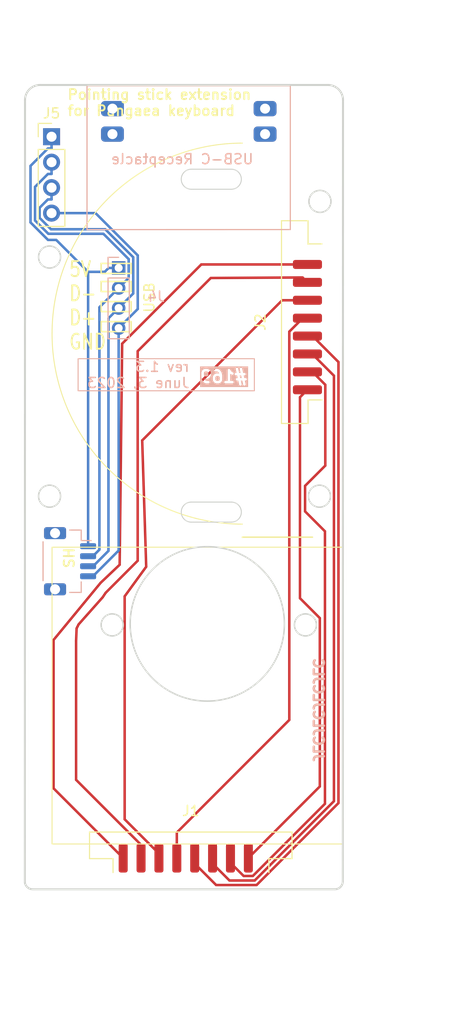
<source format=kicad_pcb>
(kicad_pcb (version 20221018) (generator pcbnew)
  (layers (0 "F.Cu" signal) (31 "B.Cu" signal) (34 "B.Paste" user) (35 "F.Paste" user) (36 "B.SilkS" user "B.Silkscreen") (37 "F.SilkS" user "F.Silkscreen") (38 "B.Mask" user) (39 "F.Mask" user) (44 "Edge.Cuts" user))
  (net 0 "")
  (net 1 "Net-(J1-Pin_1)")
  (net 2 "Net-(J1-Pin_2)")
  (net 3 "Net-(J1-Pin_3)")
  (net 4 "Net-(J1-Pin_4)")
  (net 5 "Net-(J1-Pin_5)")
  (net 6 "Net-(J1-Pin_6)")
  (net 7 "Net-(J1-Pin_7)")
  (net 8 "Net-(J1-Pin_8)")
  (net 9 "GND")
  (net 10 "D+")
  (net 11 "D-")
  (net 12 "VCC")
  (footprint "Connector_PinHeader_2.54mm:PinHeader_1x04_P2.54mm_Vertical" (layer "F.Cu") (at 21.05 20.06)
    (fp_text reference "J5" (at 0 -2.33) (layer "F.SilkS"))
    (fp_text value "Conn_01x04")
    (fp_line (start -1.33 -1.33) (end 0 -1.33) (stroke (width 0.12)) (layer "F.SilkS"))
    (fp_line (start -1.33 0) (end -1.33 -1.33) (stroke (width 0.12)) (layer "F.SilkS"))
    (fp_line (start -1.33 1.27) (end -1.33 8.95) (stroke (width 0.12)) (layer "F.SilkS"))
    (fp_line (start -1.33 1.27) (end 1.33 1.27) (stroke (width 0.12)) (layer "F.SilkS"))
    (fp_line (start -1.33 8.95) (end 1.33 8.95) (stroke (width 0.12)) (layer "F.SilkS"))
    (fp_line (start 1.33 1.27) (end 1.33 8.95) (stroke (width 0.12)) (layer "F.SilkS"))
    (pad "1" thru_hole rect (at 0 0) (size 1.7 1.7) (drill 1) (layers "*.Cu" "*.Mask") (net 9 "GND"))
    (pad "2" thru_hole oval (at 0 2.54) (size 1.7 1.7) (drill 1) (layers "*.Cu" "*.Mask") (net 10 "D+"))
    (pad "3" thru_hole oval (at 0 5.08) (size 1.7 1.7) (drill 1) (layers "*.Cu" "*.Mask") (net 11 "D-"))
    (pad "4" thru_hole oval (at 0 7.62) (size 1.7 1.7) (drill 1) (layers "*.Cu" "*.Mask") (net 12 "VCC"))
  )
  (footprint "k2Library-2023rev1:trackpoint-8pins-rev2" (layer "F.Cu") (at 44.1 38.55 90)
    (fp_text reference "J2" (at 0 -2.2 90) (layer "F.SilkS"))
    (fp_text value "Conn_01x08_Socket")
    (fp_line (start -10.11 -0.09) (end -10.11 2.56) (stroke (width 0.12)) (layer "F.SilkS"))
    (fp_line (start -10.11 -0.09) (end 10.11 -0.09) (stroke (width 0.12)) (layer "F.SilkS"))
    (fp_line (start -10.11 2.56) (end -7.76 2.56) (stroke (width 0.12)) (layer "F.SilkS"))
    (fp_line (start -7.76 2.56) (end -7.76 3.95) (stroke (width 0.12)) (layer "F.SilkS"))
    (fp_line (start 7.8 2.56) (end 7.8 3.95) (stroke (width 0.12)) (layer "F.SilkS"))
    (fp_line (start 10.11 -0.09) (end 10.11 2.56) (stroke (width 0.12)) (layer "F.SilkS"))
    (fp_line (start 10.11 2.56) (end 7.76 2.56) (stroke (width 0.12)) (layer "F.SilkS"))
    (pad "1" smd roundrect (at -6.75 2.5 90) (size 0.9 2.9) (layers "F.Cu" "F.Paste" "F.Mask") (net 8 "Net-(J1-Pin_8)"))
    (pad "2" smd roundrect (at -4.964286 2.5 90) (size 0.9 2.9) (layers "F.Cu" "F.Paste" "F.Mask") (net 7 "Net-(J1-Pin_7)"))
    (pad "3" smd roundrect (at -3.178572 2.5 90) (size 0.9 2.9) (layers "F.Cu" "F.Paste" "F.Mask") (net 6 "Net-(J1-Pin_6)"))
    (pad "4" smd roundrect (at -1.392858 2.5 90) (size 0.9 2.9) (layers "F.Cu" "F.Paste" "F.Mask") (net 5 "Net-(J1-Pin_5)"))
    (pad "5" smd roundrect (at 0.392856 2.5 90) (size 0.9 2.9) (layers "F.Cu" "F.Paste" "F.Mask") (net 4 "Net-(J1-Pin_4)"))
    (pad "6" smd roundrect (at 2.17857 2.5 90) (size 0.9 2.9) (layers "F.Cu" "F.Paste" "F.Mask") (net 3 "Net-(J1-Pin_3)"))
    (pad "7" smd roundrect (at 3.964284 2.5 90) (size 0.9 2.9) (layers "F.Cu" "F.Paste" "F.Mask") (net 2 "Net-(J1-Pin_2)"))
    (pad "8" smd roundrect (at 5.75 2.5 90) (size 0.9 2.9) (layers "F.Cu" "F.Paste" "F.Mask") (net 1 "Net-(J1-Pin_1)"))
  )
  (footprint "k2Library-2023rev1:trackpoint-8pins-rev2" (layer "F.Cu") (at 34.95 89.5)
    (fp_text reference "J1" (at 0 -2.2) (layer "F.SilkS"))
    (fp_text value "Conn_01x08_Socket")
    (fp_line (start -10.11 -0.09) (end -10.11 2.56) (stroke (width 0.12)) (layer "F.SilkS"))
    (fp_line (start -10.11 -0.09) (end 10.11 -0.09) (stroke (width 0.12)) (layer "F.SilkS"))
    (fp_line (start -10.11 2.56) (end -7.76 2.56) (stroke (width 0.12)) (layer "F.SilkS"))
    (fp_line (start -7.76 2.56) (end -7.76 3.95) (stroke (width 0.12)) (layer "F.SilkS"))
    (fp_line (start 7.8 2.56) (end 7.8 3.95) (stroke (width 0.12)) (layer "F.SilkS"))
    (fp_line (start 10.11 -0.09) (end 10.11 2.56) (stroke (width 0.12)) (layer "F.SilkS"))
    (fp_line (start 10.11 2.56) (end 7.76 2.56) (stroke (width 0.12)) (layer "F.SilkS"))
    (pad "1" smd roundrect (at -6.75 2.5) (size 0.9 2.9) (layers "F.Cu" "F.Paste" "F.Mask") (net 1 "Net-(J1-Pin_1)"))
    (pad "2" smd roundrect (at -4.964286 2.5) (size 0.9 2.9) (layers "F.Cu" "F.Paste" "F.Mask") (net 2 "Net-(J1-Pin_2)"))
    (pad "3" smd roundrect (at -3.178572 2.5) (size 0.9 2.9) (layers "F.Cu" "F.Paste" "F.Mask") (net 3 "Net-(J1-Pin_3)"))
    (pad "4" smd roundrect (at -1.392858 2.5) (size 0.9 2.9) (layers "F.Cu" "F.Paste" "F.Mask") (net 4 "Net-(J1-Pin_4)"))
    (pad "5" smd roundrect (at 0.392856 2.5) (size 0.9 2.9) (layers "F.Cu" "F.Paste" "F.Mask") (net 5 "Net-(J1-Pin_5)"))
    (pad "6" smd roundrect (at 2.17857 2.5) (size 0.9 2.9) (layers "F.Cu" "F.Paste" "F.Mask") (net 6 "Net-(J1-Pin_6)"))
    (pad "7" smd roundrect (at 3.964284 2.5) (size 0.9 2.9) (layers "F.Cu" "F.Paste" "F.Mask") (net 7 "Net-(J1-Pin_7)"))
    (pad "8" smd roundrect (at 5.75 2.5) (size 0.9 2.9) (layers "F.Cu" "F.Paste" "F.Mask") (net 8 "Net-(J1-Pin_8)"))
  )
  (footprint "Connector_PinSocket_2.00mm:PinSocket_1x04_P2.00mm_Vertical" (layer "B.Cu") (at 27.75 33.15 180)
    (fp_text reference "J4" (at -3.75 -2.85) (layer "B.SilkS") (effects (justify mirror)))
    (fp_text value "Conn_01x04")
    (fp_line (start -1.06 -7.06) (end 1.06 -7.06) (stroke (width 0.12)) (layer "B.SilkS"))
    (fp_line (start -1.06 -1) (end -1.06 -7.06) (stroke (width 0.12)) (layer "B.SilkS"))
    (fp_line (start -1.06 -1) (end 1.06 -1) (stroke (width 0.12)) (layer "B.SilkS"))
    (fp_line (start 0 1.06) (end 1.06 1.06) (stroke (width 0.12)) (layer "B.SilkS"))
    (fp_line (start 1.06 -1) (end 1.06 -7.06) (stroke (width 0.12)) (layer "B.SilkS"))
    (fp_line (start 1.06 1.06) (end 1.06 0) (stroke (width 0.12)) (layer "B.SilkS"))
    (pad "1" thru_hole rect (at 0 0 180) (size 1.35 1.35) (drill 0.8) (layers "*.Cu" "*.Mask") (net 9 "GND"))
    (pad "2" thru_hole oval (at 0 -2 180) (size 1.35 1.35) (drill 0.8) (layers "*.Cu" "*.Mask") (net 10 "D+"))
    (pad "3" thru_hole oval (at 0 -4 180) (size 1.35 1.35) (drill 0.8) (layers "*.Cu" "*.Mask") (net 11 "D-"))
    (pad "4" thru_hole oval (at 0 -6 180) (size 1.35 1.35) (drill 0.8) (layers "*.Cu" "*.Mask") (net 12 "VCC"))
  )
  (footprint "footprint:JST_SH_BM03B-SRSS-TB_1x04-1MP_P1.00mm_Vertical" (layer "B.Cu") (at 22.9 62.4 -90)
    (fp_text reference "J3")
    (fp_text value "Conn_01x04")
    (fp_line (start -3.11 -1.11) (end -2.06 -1.11) (stroke (width 0.12)) (layer "B.SilkS"))
    (fp_line (start -3.11 0.04) (end -3.11 -1.11) (stroke (width 0.12)) (layer "B.SilkS"))
    (fp_line (start -2.06 -1.11) (end -2.06 -2.1) (stroke (width 0.12)) (layer "B.SilkS"))
    (fp_line (start -1.94 2.7) (end 1.94 2.7) (stroke (width 0.12)) (layer "B.SilkS"))
    (fp_line (start 3.11 -1.11) (end 2.06 -1.11) (stroke (width 0.12)) (layer "B.SilkS"))
    (fp_line (start 3.11 0.04) (end 3.11 -1.11) (stroke (width 0.12)) (layer "B.SilkS"))
    (pad "1" smd roundrect (at -1.5 -1.8 270) (size 0.6 1.6) (layers "B.Cu" "B.Paste" "B.Mask") (net 9 "GND"))
    (pad "2" smd roundrect (at -0.5 -1.8 270) (size 0.6 1.6) (layers "B.Cu" "B.Paste" "B.Mask") (net 10 "D+"))
    (pad "3" smd roundrect (at 0.5 -1.8 270) (size 0.6 1.6) (layers "B.Cu" "B.Paste" "B.Mask") (net 11 "D-"))
    (pad "4" smd roundrect (at 1.5 -1.8 270) (size 0.6 1.6) (layers "B.Cu" "B.Paste" "B.Mask") (net 12 "VCC"))
    (pad "MP" thru_hole roundrect (at -2.8 1.5 270) (size 1.2 2.2) (drill 1) (layers "*.Cu" "*.Mask") (roundrect_rratio 0.208))
    (pad "MP" thru_hole roundrect (at 2.8 1.5 270) (size 1.2 2.2) (drill 1) (layers "*.Cu" "*.Mask") (roundrect_rratio 0.208))
  )
  (footprint "k2Library-2023rev1:USB_C_Receptacle_AKIZUKIDENSHI" (layer "B.Cu") (at 34.75 22.6005 180)
    (fp_text reference "J6" hide)
    (fp_text value "USB_C_Receptacle_USB2.0")
    (fp_text user "USB-C Receptacle" (at -6.54 -0.28 unlocked) (layer "B.SilkS") (effects (justify left bottom mirror)))
    (fp_line (start -10.14 7.62) (end -10.14 -6.72) (stroke (width 0.12)) (layer "B.SilkS"))
    (fp_line (start -10.14 7.62) (end 10.16 7.62) (stroke (width 0.12)) (layer "B.SilkS"))
    (fp_line (start 10.16 -6.725) (end -10.14 -6.72) (stroke (width 0.12)) (layer "B.SilkS"))
    (fp_line (start 10.16 7.62) (end 10.16 -6.725) (stroke (width 0.12)) (layer "B.SilkS"))
    (pad "1" thru_hole roundrect (at -7.62 5.34 180) (size 2.286 1.524) (drill 1) (layers "*.Cu" "*.Mask"))
    (pad "2" thru_hole roundrect (at -7.62 2.8 180) (size 2.286 1.524) (drill 1) (layers "*.Cu" "*.Mask"))
    (pad "3" thru_hole roundrect (at 7.62 5.34 180) (size 2.286 1.524) (drill 1) (layers "*.Cu" "*.Mask"))
    (pad "4" thru_hole roundrect (at 7.62 2.8 180) (size 2.286 1.524) (drill 1) (layers "*.Cu" "*.Mask"))
  )
  (gr_rect (start 23.7 42.2) (end 41.3 45.4) (stroke (width 0.1)) (fill none) (layer "B.SilkS"))
  (gr_rect (start 21.1 61) (end 50.1 90.6) (stroke (width 0.1)) (fill none) (layer "F.SilkS"))
  (gr_rect (start 26 38.5) (end 29 39.5) (stroke (width 0.15)) (fill none) (layer "F.SilkS"))
  (gr_line (start 47.1 60) (end 40.1 60) (stroke (width 0.15)) (layer "F.SilkS"))
  (gr_arc (start 40.1 58.7) (mid 21.1 39.7) (end 40.1 20.7) (stroke (width 0.1)) (layer "F.SilkS"))
  (gr_rect (start 26 34.5) (end 29 35.5) (stroke (width 0.15)) (fill none) (layer "F.SilkS"))
  (gr_rect (start 26 36.5) (end 29 37.5) (stroke (width 0.15)) (fill none) (layer "F.SilkS"))
  (gr_rect (start 26 32.7) (end 29 33.7) (stroke (width 0.15)) (fill none) (layer "F.SilkS"))
  (gr_arc (start 35 58.5) (mid 34 57.5) (end 35 56.5) (stroke (width 0.1)) (layer "Edge.Cuts"))
  (gr_circle (center 20.849222 55.911298) (end 21.949222 55.911298) (stroke (width 0.15)) (fill none) (layer "Edge.Cuts"))
  (gr_line (start 35 23.3) (end 39 23.3) (stroke (width 0.1)) (layer "Edge.Cuts"))
  (gr_arc (start 48.7 14.9) (mid 49.728781 15.356578) (end 50.150833 16.4) (stroke (width 0.2)) (layer "Edge.Cuts"))
  (gr_arc (start 19.174384 95.121225) (mid 18.638521 94.91396) (end 18.381706 94.4) (stroke (width 0.2)) (layer "Edge.Cuts"))
  (gr_line (start 19.9 14.9) (end 48.7 14.9) (stroke (width 0.2)) (layer "Edge.Cuts"))
  (gr_line (start 19.174384 95.121225) (end 49.336884 95.1188) (stroke (width 0.2)) (layer "Edge.Cuts"))
  (gr_line (start 18.381706 94.4) (end 18.4 16.4) (stroke (width 0.2)) (layer "Edge.Cuts"))
  (gr_circle (center 27.1 68.75) (end 28.2 68.75) (stroke (width 0.15)) (fill none) (layer "Edge.Cuts"))
  (gr_circle (center 36.6 68.65) (end 44.3 68.65) (stroke (width 0.15)) (fill none) (layer "Edge.Cuts"))
  (gr_arc (start 39 56.5) (mid 40 57.5) (end 39 58.5) (stroke (width 0.1)) (layer "Edge.Cuts"))
  (gr_circle (center 47.799222 55.911298) (end 48.899222 55.911298) (stroke (width 0.15)) (fill none) (layer "Edge.Cuts"))
  (gr_line (start 35 56.5) (end 39 56.5) (stroke (width 0.1)) (layer "Edge.Cuts"))
  (gr_line (start 50.130634 94.32505) (end 50.150833 16.4) (stroke (width 0.2)) (layer "Edge.Cuts"))
  (gr_line (start 35 25.3) (end 39 25.3) (stroke (width 0.1)) (layer "Edge.Cuts"))
  (gr_arc (start 35 25.3) (mid 34 24.3) (end 35 23.3) (stroke (width 0.1)) (layer "Edge.Cuts"))
  (gr_circle (center 47.849222 26.511298) (end 48.949222 26.511298) (stroke (width 0.15)) (fill none) (layer "Edge.Cuts"))
  (gr_circle (center 46.4 68.75) (end 47.5 68.75) (stroke (width 0.15)) (fill none) (layer "Edge.Cuts"))
  (gr_arc (start 18.4 16.4) (mid 18.83934 15.33934) (end 19.9 14.9) (stroke (width 0.2)) (layer "Edge.Cuts"))
  (gr_circle (center 20.849222 32.061298) (end 21.949222 32.061298) (stroke (width 0.15)) (fill none) (layer "Edge.Cuts"))
  (gr_arc (start 39 23.3) (mid 40 24.3) (end 39 25.3) (stroke (width 0.1)) (layer "Edge.Cuts"))
  (gr_line (start 35 58.5) (end 39 58.5) (stroke (width 0.1)) (layer "Edge.Cuts"))
  (gr_arc (start 50.130634 94.32505) (mid 49.898174 94.88634) (end 49.336884 95.1188) (stroke (width 0.2)) (layer "Edge.Cuts"))
  (gr_text "#169" (at 40.7 44.7) (layer "B.SilkS" knockout) (effects (font (size 1.2 1.2) (thickness 0.25) bold) (justify left bottom mirror)))
  (gr_text "rev 1.3\nJune 3, 2023" (at 34.9 45.2) (layer "B.SilkS") (effects (font (size 1 1)) (justify left bottom mirror)))
  (gr_text " JLCJLCJLCJLC" (at 47.1 83.3 270) (layer "B.SilkS") (effects (font (size 1 1) (thickness 0.25) bold) (justify left bottom mirror)))
  (gr_text "USB" (at 31.4 37.7 90) (layer "F.SilkS") (effects (font (size 1 1)) (justify left bottom)))
  (gr_text "Pointing stick extension\nfor Pangaea keyboard" (at 22.55 18.05) (layer "F.SilkS") (effects (font (size 1 1) (thickness 0.1875)) (justify left bottom)))
  (gr_text "SH" (at 23.4 63.2 90) (layer "F.SilkS") (effects (font (size 1 1) (thickness 0.1875)) (justify left bottom)))
  (gr_text "5V\nD-\nD+\nGND" (at 22.7 41.4) (layer "F.SilkS") (effects (font (size 1.5 1.2) (thickness 0.1875)) (justify left bottom)))
  (segment (start 21.25 85.05) (end 28.2 92) (width 0.25) (layer "F.Cu") (net 1))
  (segment (start 46.6 32.8) (end 36 32.8) (width 0.25) (layer "F.Cu") (net 1))
  (segment (start 21.25 70.25) (end 21.25 85.05) (width 0.25) (layer "F.Cu") (net 1))
  (segment (start 28.1 40.7) (end 27.85 62.75) (width 0.25) (layer "F.Cu") (net 1))
  (segment (start 25.95 64.55) (end 21.25 70.25) (width 0.25) (layer "F.Cu") (net 1))
  (segment (start 36 32.8) (end 28.1 40.7) (width 0.25) (layer "F.Cu") (net 1))
  (segment (start 27.85 62.75) (end 25.95 64.55) (width 0.25) (layer "F.Cu") (net 1))
  (segment (start 23.55 69.1) (end 23.75 68.7) (width 0.25) (layer "F.Cu") (net 2))
  (segment (start 23.5 84.2) (end 23.5 70.35) (width 0.25) (layer "F.Cu") (net 2))
  (segment (start 23.5 70.35) (end 23.55 69.1) (width 0.25) (layer "F.Cu") (net 2))
  (segment (start 29.985714 92) (end 29.985714 90.685714) (width 0.25) (layer "F.Cu") (net 2))
  (segment (start 26.45 65.55) (end 29.65 62.35) (width 0.25) (layer "F.Cu") (net 2))
  (segment (start 36.95 34.15) (end 46.114284 34.1) (width 0.25) (layer "F.Cu") (net 2))
  (segment (start 46.114284 34.1) (end 46.6 34.585716) (width 0.25) (layer "F.Cu") (net 2))
  (segment (start 26.15 66) (end 26.45 65.55) (width 0.25) (layer "F.Cu") (net 2))
  (segment (start 29.65 62.35) (end 29.65 41.45) (width 0.25) (layer "F.Cu") (net 2))
  (segment (start 23.75 68.7) (end 26.15 66) (width 0.25) (layer "F.Cu") (net 2))
  (segment (start 29.65 41.45) (end 36.95 34.15) (width 0.25) (layer "F.Cu") (net 2))
  (segment (start 29.985714 90.685714) (end 23.5 84.2) (width 0.25) (layer "F.Cu") (net 2))
  (segment (start 46.6 36.37143) (end 44.07857 36.37143) (width 0.25) (layer "F.Cu") (net 3))
  (segment (start 30.5 62.95) (end 28.35 65.9) (width 0.25) (layer "F.Cu") (net 3))
  (segment (start 44.07857 36.37143) (end 30.1 50.35) (width 0.25) (layer "F.Cu") (net 3))
  (segment (start 28.35 88.136469) (end 31.771428 91.557897) (width 0.25) (layer "F.Cu") (net 3))
  (segment (start 30.1 50.35) (end 30.5 62.95) (width 0.25) (layer "F.Cu") (net 3))
  (segment (start 28.35 65.9) (end 28.35 88.136469) (width 0.25) (layer "F.Cu") (net 3))
  (segment (start 31.771428 91.557897) (end 31.771428 92) (width 0.25) (layer "F.Cu") (net 3))
  (segment (start 33.5571 89.4613) (end 33.5571 92) (width 0.25) (layer "F.Cu") (net 4))
  (segment (start 46.1324 38.1571) (end 44.7887 39.5008) (width 0.25) (layer "F.Cu") (net 4))
  (segment (start 46.6 38.1571) (end 46.1324 38.1571) (width 0.25) (layer "F.Cu") (net 4))
  (segment (start 44.7887 39.5008) (end 44.7887 78.2297) (width 0.25) (layer "F.Cu") (net 4))
  (segment (start 44.7887 78.2297) (end 33.5571 89.4613) (width 0.25) (layer "F.Cu") (net 4))
  (segment (start 35.3429 92) (end 35.3429 92.5551) (width 0.25) (layer "F.Cu") (net 5))
  (segment (start 37.4831 94.6953) (end 41.5208 94.6953) (width 0.25) (layer "F.Cu") (net 5))
  (segment (start 41.5208 94.6953) (end 49.697 86.5191) (width 0.25) (layer "F.Cu") (net 5))
  (segment (start 49.697 42.5287) (end 47.1112 39.9429) (width 0.25) (layer "F.Cu") (net 5))
  (segment (start 49.697 86.5191) (end 49.697 42.5287) (width 0.25) (layer "F.Cu") (net 5))
  (segment (start 35.3429 92.5551) (end 37.4831 94.6953) (width 0.25) (layer "F.Cu") (net 5))
  (segment (start 47.1112 39.9429) (end 46.6 39.9429) (width 0.25) (layer "F.Cu") (net 5))
  (segment (start 49.2451 86.3319) (end 49.2451 43.8947) (width 0.25) (layer "F.Cu") (net 6))
  (segment (start 37.1286 92.557) (end 38.815 94.2434) (width 0.25) (layer "F.Cu") (net 6))
  (segment (start 47.079 41.7286) (end 46.6 41.7286) (width 0.25) (layer "F.Cu") (net 6))
  (segment (start 41.3336 94.2434) (end 49.2451 86.3319) (width 0.25) (layer "F.Cu") (net 6))
  (segment (start 38.815 94.2434) (end 41.3336 94.2434) (width 0.25) (layer "F.Cu") (net 6))
  (segment (start 37.1286 92) (end 37.1286 92.557) (width 0.25) (layer "F.Cu") (net 6))
  (segment (start 49.2451 43.8947) (end 47.079 41.7286) (width 0.25) (layer "F.Cu") (net 6))
  (segment (start 48.349 59.4174) (end 46.3638 57.4322) (width 0.25) (layer "F.Cu") (net 7))
  (segment (start 46.3638 54.8812) (end 48.3827 52.8623) (width 0.25) (layer "F.Cu") (net 7))
  (segment (start 40.2281 93.7915) (end 41.1464 93.7915) (width 0.25) (layer "F.Cu") (net 7))
  (segment (start 48.349 86.5889) (end 48.349 59.4174) (width 0.25) (layer "F.Cu") (net 7))
  (segment (start 38.9143 92) (end 38.9143 92.4777) (width 0.25) (layer "F.Cu") (net 7))
  (segment (start 38.9143 92.4777) (end 40.2281 93.7915) (width 0.25) (layer "F.Cu") (net 7))
  (segment (start 47.0967 43.5143) (end 46.6 43.5143) (width 0.25) (layer "F.Cu") (net 7))
  (segment (start 41.1464 93.7915) (end 48.349 86.5889) (width 0.25) (layer "F.Cu") (net 7))
  (segment (start 48.3827 44.8003) (end 47.0967 43.5143) (width 0.25) (layer "F.Cu") (net 7))
  (segment (start 48.3827 52.8623) (end 48.3827 44.8003) (width 0.25) (layer "F.Cu") (net 7))
  (segment (start 46.3638 57.4322) (end 46.3638 54.8812) (width 0.25) (layer "F.Cu") (net 7))
  (segment (start 46.6 45.3) (end 45.8556 46.0444) (width 0.25) (layer "F.Cu") (net 8))
  (segment (start 47.8357 68.0709) (end 47.8357 84.8643) (width 0.25) (layer "F.Cu") (net 8))
  (segment (start 45.8556 66.0908) (end 47.8357 68.0709) (width 0.25) (layer "F.Cu") (net 8))
  (segment (start 47.8357 84.8643) (end 40.7 92) (width 0.25) (layer "F.Cu") (net 8))
  (segment (start 45.8556 46.0444) (end 45.8556 66.0908) (width 0.25) (layer "F.Cu") (net 8))
  (segment (start 21.05 20.06) (end 21.05 21.2369) (width 0.25) (layer "B.Cu") (net 9))
  (segment (start 24.7 60.9) (end 24.7 33.5375) (width 0.25) (layer "B.Cu") (net 9))
  (segment (start 26.7481 33.15) (end 26.3606 33.5375) (width 0.25) (layer "B.Cu") (net 9))
  (segment (start 18.949 28.6085) (end 18.949 22.9701) (width 0.25) (layer "B.Cu") (net 9))
  (segment (start 24.7 33.5375) (end 21.5161 30.3536) (width 0.25) (layer "B.Cu") (net 9))
  (segment (start 26.3606 33.5375) (end 24.7 33.5375) (width 0.25) (layer "B.Cu") (net 9))
  (segment (start 18.949 22.9701) (end 20.6822 21.2369) (width 0.25) (layer "B.Cu") (net 9))
  (segment (start 20.6822 21.2369) (end 21.05 21.2369) (width 0.25) (layer "B.Cu") (net 9))
  (segment (start 27.75 33.15) (end 26.7481 33.15) (width 0.25) (layer "B.Cu") (net 9))
  (segment (start 21.5161 30.3536) (end 20.6941 30.3536) (width 0.25) (layer "B.Cu") (net 9))
  (segment (start 20.6941 30.3536) (end 18.949 28.6085) (width 0.25) (layer "B.Cu") (net 9))
  (segment (start 25.8275 37.0725) (end 27.75 35.15) (width 0.25) (layer "B.Cu") (net 10))
  (segment (start 21.05 22.6) (end 21.05 23.7769) (width 0.25) (layer "B.Cu") (net 10))
  (segment (start 20.7281 29.7424) (end 19.4012 28.4155) (width 0.25) (layer "B.Cu") (net 10))
  (segment (start 28.7519 32.2691) (end 26.2252 29.7424) (width 0.25) (layer "B.Cu") (net 10))
  (segment (start 27.75 35.15) (end 28.7519 34.1481) (width 0.25) (layer "B.Cu") (net 10))
  (segment (start 25.8275 61.2478) (end 25.8275 37.0725) (width 0.25) (layer "B.Cu") (net 10))
  (segment (start 26.2252 29.7424) (end 20.7281 29.7424) (width 0.25) (layer "B.Cu") (net 10))
  (segment (start 19.4012 25.0599) (end 20.6842 23.7769) (width 0.25) (layer "B.Cu") (net 10))
  (segment (start 24.7 61.9) (end 25.1753 61.9) (width 0.25) (layer "B.Cu") (net 10))
  (segment (start 25.1753 61.9) (end 25.8275 61.2478) (width 0.25) (layer "B.Cu") (net 10))
  (segment (start 28.7519 34.1481) (end 28.7519 32.2691) (width 0.25) (layer "B.Cu") (net 10))
  (segment (start 20.6842 23.7769) (end 21.05 23.7769) (width 0.25) (layer "B.Cu") (net 10))
  (segment (start 19.4012 28.4155) (end 19.4012 25.0599) (width 0.25) (layer "B.Cu") (net 10))
  (segment (start 20.989 29.2905) (end 19.856 28.1575) (width 0.25) (layer "B.Cu") (net 11))
  (segment (start 29.2038 35.6962) (end 29.2038 32.0819) (width 0.25) (layer "B.Cu") (net 11))
  (segment (start 26.4124 29.2905) (end 20.989 29.2905) (width 0.25) (layer "B.Cu") (net 11))
  (segment (start 20.6842 26.3169) (end 21.05 26.3169) (width 0.25) (layer "B.Cu") (net 11))
  (segment (start 21.05 25.14) (end 21.05 26.3169) (width 0.25) (layer "B.Cu") (net 11))
  (segment (start 26.7313 38.1687) (end 27.75 37.15) (width 0.25) (layer "B.Cu") (net 11))
  (segment (start 19.856 28.1575) (end 19.856 27.1451) (width 0.25) (layer "B.Cu") (net 11))
  (segment (start 29.2038 32.0819) (end 26.4124 29.2905) (width 0.25) (layer "B.Cu") (net 11))
  (segment (start 25.2 62.9) (end 26.7313 61.3687) (width 0.25) (layer "B.Cu") (net 11))
  (segment (start 19.856 27.1451) (end 20.6842 26.3169) (width 0.25) (layer "B.Cu") (net 11))
  (segment (start 27.75 37.15) (end 29.2038 35.6962) (width 0.25) (layer "B.Cu") (net 11))
  (segment (start 26.7313 61.3687) (end 26.7313 38.1687) (width 0.25) (layer "B.Cu") (net 11))
  (segment (start 24.7 62.9) (end 25.2 62.9) (width 0.25) (layer "B.Cu") (net 11))
  (segment (start 29.6557 37.2443) (end 29.6557 31.8947) (width 0.25) (layer "B.Cu") (net 12))
  (segment (start 27.75 39.15) (end 29.6557 37.2443) (width 0.25) (layer "B.Cu") (net 12))
  (segment (start 24.7 63.9) (end 25.1824 63.9) (width 0.25) (layer "B.Cu") (net 12))
  (segment (start 25.1824 63.9) (end 27.75 61.3324) (width 0.25) (layer "B.Cu") (net 12))
  (segment (start 29.6557 31.8947) (end 25.441 27.68) (width 0.25) (layer "B.Cu") (net 12))
  (segment (start 25.441 27.68) (end 21.05 27.68) (width 0.25) (layer "B.Cu") (net 12))
  (segment (start 27.75 61.3324) (end 27.75 39.15) (width 0.25) (layer "B.Cu") (net 12))
)
</source>
